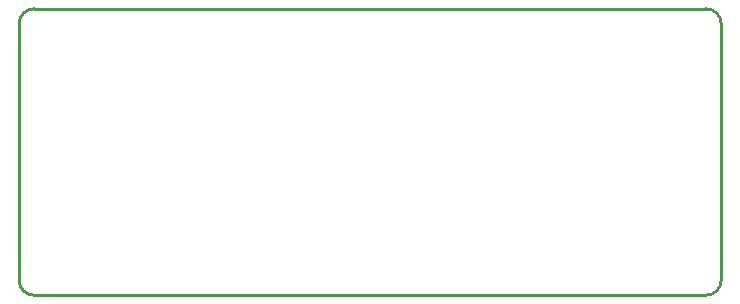
<source format=gko>
G04 Layer: BoardOutlineLayer*
G04 EasyEDA Pro v2.2.31.6, 2024-09-23 19:55:52*
G04 Gerber Generator version 0.3*
G04 Scale: 100 percent, Rotated: No, Reflected: No*
G04 Dimensions in millimeters*
G04 Leading zeros omitted, absolute positions, 3 integers and 5 decimals*
%FSLAX35Y35*%
%MOMM*%
%ADD10C,0.254*%
G75*


G04 Rect Start*
G54D10*
G01X-88900Y-2667000D02*
G01X-88900Y-495300D01*
G02X38100Y-368300I127000J0D01*
G01X5727700Y-368300D01*
G02X5854700Y-495300I0J-127000D01*
G01X5854700Y-2667000D01*
G02X5727700Y-2794000I-127000J0D01*
G01X38100Y-2794000D01*
G02X-88900Y-2667000I0J127000D01*
G04 Rect End*

M02*


</source>
